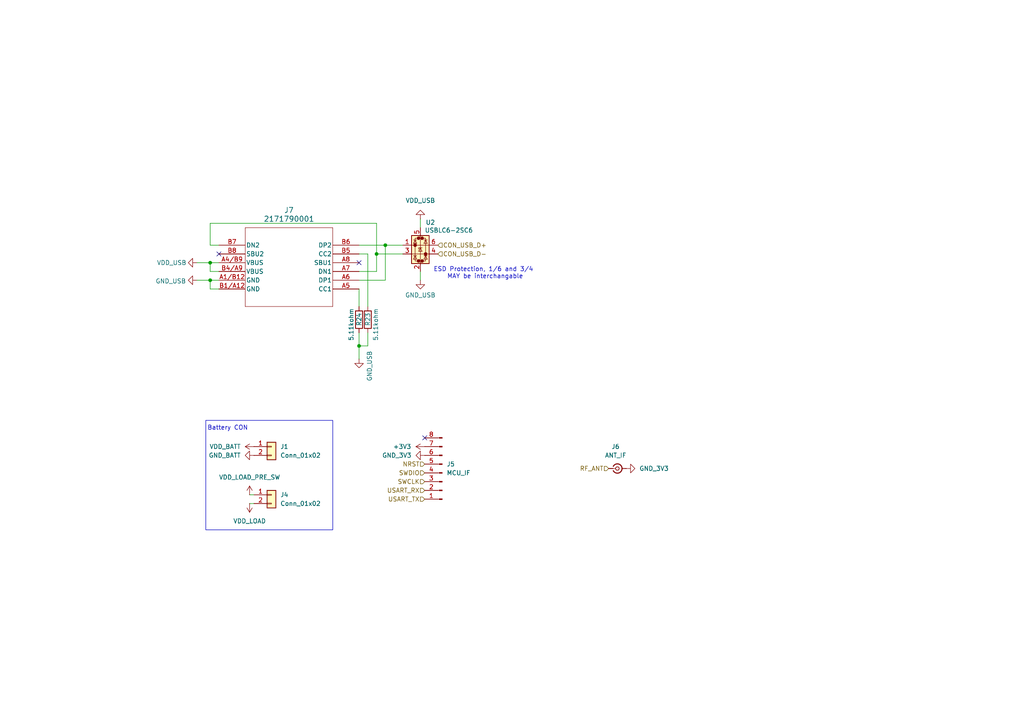
<source format=kicad_sch>
(kicad_sch (version 20231120) (generator "eeschema") (generator_version "8.0")
  (paper "A4")
  (lib_symbols
    (symbol "Connector:Conn_01x08_Pin" (pin_names (offset 1.016) hide)
      (property "Reference" "J" (at 0 10.16 0))
      (property "Value" "Conn_01x08_Pin" (at 0 -12.7 0))
      (symbol "Conn_01x08_Pin_1_1"
        (polyline (pts (xy 1.27 -10.16) (xy 0.8636 -10.16)) (stroke (width 0.1524)))
        (polyline (pts (xy 1.27 -7.62) (xy 0.8636 -7.62)) (stroke (width 0.1524)))
        (polyline (pts (xy 1.27 -5.08) (xy 0.8636 -5.08)) (stroke (width 0.1524)))
        (polyline (pts (xy 1.27 -2.54) (xy 0.8636 -2.54)) (stroke (width 0.1524)))
        (polyline (pts (xy 1.27 0) (xy 0.8636 0)) (stroke (width 0.1524)))
        (polyline (pts (xy 1.27 2.54) (xy 0.8636 2.54)) (stroke (width 0.1524)))
        (polyline (pts (xy 1.27 5.08) (xy 0.8636 5.08)) (stroke (width 0.1524)))
        (polyline (pts (xy 1.27 7.62) (xy 0.8636 7.62)) (stroke (width 0.1524)))
        (rectangle (start 0.8636 -10.033) (end 0 -10.287) (stroke (width 0.1524)) (fill (type outline)))
        (rectangle (start 0.8636 -7.493) (end 0 -7.747) (stroke (width 0.1524)) (fill (type outline)))
        (rectangle (start 0.8636 -4.953) (end 0 -5.207) (stroke (width 0.1524)) (fill (type outline)))
        (rectangle (start 0.8636 -2.413) (end 0 -2.667) (stroke (width 0.1524)) (fill (type outline)))
        (rectangle (start 0.8636 0.127) (end 0 -0.127) (stroke (width 0.1524)) (fill (type outline)))
        (rectangle (start 0.8636 2.667) (end 0 2.413) (stroke (width 0.1524)) (fill (type outline)))
        (rectangle (start 0.8636 5.207) (end 0 4.953) (stroke (width 0.1524)) (fill (type outline)))
        (rectangle (start 0.8636 7.747) (end 0 7.493) (stroke (width 0.1524)) (fill (type outline)))
        (pin passive line (at 5.08 7.62 180) (length 3.81) (name "Pin_1") (number "1"))
        (pin passive line (at 5.08 5.08 180) (length 3.81) (name "Pin_2") (number "2"))
        (pin passive line (at 5.08 2.54 180) (length 3.81) (name "Pin_3") (number "3"))
        (pin passive line (at 5.08 0 180) (length 3.81) (name "Pin_4") (number "4"))
        (pin passive line (at 5.08 -2.54 180) (length 3.81) (name "Pin_5") (number "5"))
        (pin passive line (at 5.08 -5.08 180) (length 3.81) (name "Pin_6") (number "6"))
        (pin passive line (at 5.08 -7.62 180) (length 3.81) (name "Pin_7") (number "7"))
        (pin passive line (at 5.08 -10.16 180) (length 3.81) (name "Pin_8") (number "8"))
      )
    )
    (symbol "Connector:Conn_Coaxial_Small" (pin_numbers hide) (pin_names (offset 1.016) hide)
      (property "Reference" "J" (at 0.254 3.048 0))
      (property "Value" "Conn_Coaxial_Small" (at 0 -3.81 0))
      (symbol "Conn_Coaxial_Small_0_1"
        (polyline (pts (xy -2.54 0) (xy -0.508 0)))
        (circle (center 0 0) (radius 0.508) (stroke (width 0.2032)))
      )
      (symbol "Conn_Coaxial_Small_1_1"
        (arc (start -1.1916 -0.6311) (mid 0.327 -1.3081) (end 1.3484 0.0039) (stroke (width 0.3048)))
        (arc (start 1.3484 -0.0039) (mid 0.327 1.3081) (end -1.1916 0.6311) (stroke (width 0.3048)))
        (pin passive line (at -2.54 0 0) (length 1.27) (name "In") (number "1"))
        (pin passive line (at 2.54 0 180) (length 1.27) (name "Ext") (number "2"))
      )
    )
    (symbol "Connector_Generic:Conn_01x02" (pin_names (offset 1.016) hide)
      (property "Reference" "J" (at 0 2.54 0))
      (property "Value" "Conn_01x02" (at 0 -5.08 0))
      (symbol "Conn_01x02_1_1"
        (rectangle (start -1.27 -2.413) (end 0 -2.667) (stroke (width 0.1524)))
        (rectangle (start -1.27 0.127) (end 0 -0.127) (stroke (width 0.1524)))
        (rectangle (start -1.27 1.27) (end 1.27 -3.81) (stroke (width 0.254)) (fill (type background)))
        (pin passive line (at -5.08 0 0) (length 3.81) (name "Pin_1") (number "1"))
        (pin passive line (at -5.08 -2.54 0) (length 3.81) (name "Pin_2") (number "2"))
      )
    )
    (symbol "Device:R" (pin_numbers hide) (pin_names (offset 0))
      (property "Reference" "R" (at 2.032 0 90))
      (property "Value" "R" (at 0 0 90))
      (symbol "R_0_1"
        (rectangle (start -1.016 -2.54) (end 1.016 2.54) (stroke (width 0.254)))
      )
      (symbol "R_1_1"
        (pin passive line (at 0 3.81 270) (length 1.27) (name "~") (number "1"))
        (pin passive line (at 0 -3.81 90) (length 1.27) (name "~") (number "2"))
      )
    )
    (symbol "Power_Protection:USBLC6-2SC6" (pin_names hide)
      (property "Reference" "U" (at 0.635 5.715 0))
      (property "Value" "USBLC6-2SC6" (at 0.635 3.81 0))
      (symbol "USBLC6-2SC6_0_0"
        (circle (center -1.524 0) (radius 0.0001) (stroke (width 0.508)))
        (circle (center -0.508 -4.572) (radius 0.0001) (stroke (width 0.508)))
        (circle (center -0.508 2.032) (radius 0.0001) (stroke (width 0.508)))
        (circle (center 0.508 -4.572) (radius 0.0001) (stroke (width 0.508)))
        (circle (center 0.508 2.032) (radius 0.0001) (stroke (width 0.508)))
        (circle (center 1.524 -2.54) (radius 0.0001) (stroke (width 0.508)))
      )
      (symbol "USBLC6-2SC6_0_1"
        (polyline (pts (xy -2.54 -2.54) (xy 2.54 -2.54)))
        (polyline (pts (xy -2.54 0) (xy 2.54 0)))
        (polyline (pts (xy -2.032 -3.048) (xy -1.016 -3.048)))
        (polyline (pts (xy -1.016 1.524) (xy -2.032 1.524)))
        (polyline (pts (xy 1.016 -3.048) (xy 2.032 -3.048)))
        (polyline (pts (xy 1.016 1.524) (xy 2.032 1.524)))
        (polyline (pts (xy -0.508 -1.143) (xy -0.508 -0.762) (xy 0.508 -0.762)))
        (polyline (pts (xy -2.032 0.508) (xy -1.016 0.508) (xy -1.524 1.524) (xy -2.032 0.508)))
        (polyline (pts (xy -1.016 -4.064) (xy -2.032 -4.064) (xy -1.524 -3.048) (xy -1.016 -4.064)))
        (polyline (pts (xy 0.508 -1.778) (xy -0.508 -1.778) (xy 0 -0.762) (xy 0.508 -1.778)))
        (polyline (pts (xy 2.032 -4.064) (xy 1.016 -4.064) (xy 1.524 -3.048) (xy 2.032 -4.064)))
        (polyline (pts (xy 2.032 0.508) (xy 1.016 0.508) (xy 1.524 1.524) (xy 2.032 0.508)))
        (polyline (pts (xy 0 2.54) (xy -0.508 2.032) (xy 0.508 2.032) (xy 0 1.524) (xy 0 -4.064) (xy -0.508 -4.572) (xy 0.508 -4.572) (xy 0 -5.08)))
      )
      (symbol "USBLC6-2SC6_1_1"
        (rectangle (start -2.54 2.794) (end 2.54 -5.334) (stroke (width 0.254)) (fill (type background)))
        (polyline (pts (xy -0.508 2.032) (xy -1.524 2.032) (xy -1.524 -4.572) (xy -0.508 -4.572)))
        (polyline (pts (xy 0.508 -4.572) (xy 1.524 -4.572) (xy 1.524 2.032) (xy 0.508 2.032)))
        (pin passive line (at -5.08 0 0) (length 2.54) (name "I/O1") (number "1"))
        (pin passive line (at 0 -7.62 90) (length 2.54) (name "GND") (number "2"))
        (pin passive line (at -5.08 -2.54 0) (length 2.54) (name "I/O2") (number "3"))
        (pin passive line (at 5.08 -2.54 180) (length 2.54) (name "I/O2") (number "4"))
        (pin passive line (at 0 5.08 270) (length 2.54) (name "VBUS") (number "5"))
        (pin passive line (at 5.08 0 180) (length 2.54) (name "I/O1") (number "6"))
      )
    )
    (symbol "USB-C 2171790001:2171790001" (pin_names (offset 0.254))
      (property "Reference" "J" (at 20.32 10.16 0))
      (property "Value" "2171790001" (at 20.32 7.62 0))
      (symbol "2171790001_0_1"
        (polyline (pts (xy 7.62 -17.78) (xy 33.02 -17.78)) (stroke (width 0.127)))
        (polyline (pts (xy 7.62 5.08) (xy 7.62 -17.78)) (stroke (width 0.127)))
        (polyline (pts (xy 33.02 -17.78) (xy 33.02 5.08)) (stroke (width 0.127)))
        (polyline (pts (xy 33.02 5.08) (xy 7.62 5.08)) (stroke (width 0.127)))
        (pin power_out line (at 40.64 -2.54 180) (length 7.62) (name "GND") (number "A1/B12"))
        (pin power_in line (at 40.64 -7.62 180) (length 7.62) (name "VBUS") (number "A4/B9"))
        (pin bidirectional line (at 0 0 0) (length 7.62) (name "CC1") (number "A5"))
        (pin bidirectional line (at 0 -2.54 0) (length 7.62) (name "DP1") (number "A6"))
        (pin bidirectional line (at 0 -5.08 0) (length 7.62) (name "DN1") (number "A7"))
        (pin bidirectional line (at 0 -7.62 0) (length 7.62) (name "SBU1") (number "A8"))
        (pin power_out line (at 40.64 0 180) (length 7.62) (name "GND") (number "B1/A12"))
        (pin power_in line (at 40.64 -5.08 180) (length 7.62) (name "VBUS") (number "B4/A9"))
        (pin bidirectional line (at 0 -10.16 0) (length 7.62) (name "CC2") (number "B5"))
        (pin bidirectional line (at 0 -12.7 0) (length 7.62) (name "DP2") (number "B6"))
        (pin bidirectional line (at 40.64 -12.7 180) (length 7.62) (name "DN2") (number "B7"))
        (pin bidirectional line (at 40.64 -10.16 180) (length 7.62) (name "SBU2") (number "B8"))
      )
    )
    (symbol "power:+3V3" (power) (pin_numbers hide) (pin_names (offset 0) hide)
      (property "Value" "+3V3" (at 0 3.556 0))
      (symbol "+3V3_0_1"
        (polyline (pts (xy -0.762 1.27) (xy 0 2.54)))
        (polyline (pts (xy 0 0) (xy 0 2.54)))
        (polyline (pts (xy 0 2.54) (xy 0.762 1.27)))
      )
      (symbol "+3V3_1_1"
        (pin power_in line (at 0 0 90) (length 0) (name "~") (number "1"))
      )
    )
    (symbol "power:GND" (power) (pin_numbers hide) (pin_names (offset 0) hide)
      (property "Value" "GND" (at 0 -3.81 0))
      (symbol "GND_0_1"
        (polyline (pts (xy 0 0) (xy 0 -1.27) (xy 1.27 -1.27) (xy 0 -2.54) (xy -1.27 -1.27) (xy 0 -1.27)))
      )
      (symbol "GND_1_1"
        (pin power_in line (at 0 0 270) (length 0) (name "~") (number "1"))
      )
    )
  )
  (junction (at 111.76 71.12))
  (junction (at 60.96 76.2))
  (junction (at 60.96 81.28))
  (junction (at 104.14 100.33))
  (junction (at 109.22 73.66))
  (no_connect (at 63.5 73.66))
  (no_connect (at 104.14 76.2))
  (no_connect (at 123.19 127))
  (wire (pts (xy 60.96 64.77) (xy 60.96 71.12)))
  (wire (pts (xy 104.14 100.33) (xy 106.68 100.33)))
  (wire (pts (xy 63.5 83.82) (xy 60.96 83.82)))
  (wire (pts (xy 104.14 73.66) (xy 106.68 73.66)))
  (wire (pts (xy 106.68 73.66) (xy 106.68 88.9)))
  (wire (pts (xy 57.15 81.28) (xy 60.96 81.28)))
  (wire (pts (xy 106.68 100.33) (xy 106.68 96.52)))
  (wire (pts (xy 104.14 81.28) (xy 111.76 81.28)))
  (wire (pts (xy 60.96 78.74) (xy 60.96 76.2)))
  (wire (pts (xy 111.76 71.12) (xy 116.84 71.12)))
  (wire (pts (xy 104.14 83.82) (xy 104.14 88.9)))
  (wire (pts (xy 60.96 76.2) (xy 63.5 76.2)))
  (wire (pts (xy 104.14 96.52) (xy 104.14 100.33)))
  (wire (pts (xy 111.76 81.28) (xy 111.76 71.12)))
  (wire (pts (xy 104.14 100.33) (xy 104.14 104.14)))
  (wire (pts (xy 109.22 64.77) (xy 60.96 64.77)))
  (wire (pts (xy 57.15 76.2) (xy 60.96 76.2)))
  (wire (pts (xy 63.5 78.74) (xy 60.96 78.74)))
  (wire (pts (xy 60.96 83.82) (xy 60.96 81.28)))
  (wire (pts (xy 109.22 78.74) (xy 109.22 73.66)))
  (wire (pts (xy 111.76 71.12) (xy 104.14 71.12)))
  (wire (pts (xy 109.22 73.66) (xy 116.84 73.66)))
  (wire (pts (xy 60.96 81.28) (xy 63.5 81.28)))
  (wire (pts (xy 109.22 73.66) (xy 109.22 64.77)))
  (wire (pts (xy 104.14 78.74) (xy 109.22 78.74)))
  (wire (pts (xy 121.92 63.5) (xy 121.92 66.04)))
  (wire (pts (xy 121.92 81.28) (xy 121.92 78.74)))
  (wire (pts (xy 60.96 71.12) (xy 63.5 71.12)))
  (wire (pts (xy 73.66 146.05) (xy 72.39 146.05)))
  (wire (pts (xy 73.66 143.51) (xy 72.39 143.51)))
  (rectangle (start 59.69 121.92) (end 96.52 153.67))
  (text "Battery CON" (at 66.04 124.206 0) (effects (font (size 1.27 1.27))))
  (text "ESD Protection, 1/6 and 3/4 \nMAY be interchangable" (at 140.716 79.248 0) (effects (font (size 1.27 1.27))))
  (hierarchical_label "SWCLK" (shape input) (at 123.19 139.7 180))
  (hierarchical_label "USART_RX" (shape input) (at 123.19 142.24 180))
  (hierarchical_label "CON_USB_D-" (shape input) (at 127 73.66 0))
  (hierarchical_label "NRST" (shape input) (at 123.19 134.62 180))
  (hierarchical_label "CON_USB_D+" (shape input) (at 127 71.12 0))
  (hierarchical_label "RF_ANT" (shape input) (at 176.53 135.89 180))
  (hierarchical_label "USART_TX" (shape input) (at 123.19 144.78 180))
  (hierarchical_label "SWDIO" (shape input) (at 123.19 137.16 180))
  (symbol (lib_id "Power_Protection:USBLC6-2SC6") (at 121.92 71.12 0) (unit 1)
    (property "Reference" "U2" (at 123.444 64.516 0) (effects (justify left)))
    (property "Value" "USBLC6-2SC6" (at 123.19 66.802 0) (effects (justify left)))
    (property "Footprint" "Package_TO_SOT_SMD:SOT-23-6" (effects (hide yes)))
    (property "Datasheet" "https://www.digikey.ca/en/products/detail/stmicroelectronics/USBLC6-2SC6/1040559" (effects (hide yes)))
    (property "Description" "Very low capacitance ESD protection diode, 2 data-line, SOT-23-6" (effects (hide yes)))
  )
  (symbol (lib_id "power:+3V3") (at 123.19 129.54 90) (unit 1)
    (property "Reference" "#PWR09" (effects (hide yes)))
    (property "Value" "+3V3" (at 119.3 129.5399 90) (effects (justify left)))
    (property "Description" "Power symbol creates a global label with name \"+3V3\"" (effects (hide yes)))
  )
  (symbol (lib_id "Connector:Conn_01x08_Pin") (at 128.27 137.16 180) (unit 1)
    (property "Reference" "J5" (at 129.54 134.6199 0) (effects (justify right)))
    (property "Value" "MCU_IF" (at 129.54 137.1599 0) (effects (justify right)))
    (property "Footprint" "Connector_PinHeader_2.54mm:PinHeader_2x04_P2.54mm_Vertical" (effects (hide yes)))
    (property "Description" "Generic connector, single row, 01x08, script generated" (effects (hide yes)))
  )
  (symbol (lib_id "Connector_Generic:Conn_01x02") (at 78.74 143.51 0) (unit 1)
    (property "Reference" "J4" (at 81.28 143.5099 0) (effects (justify left)))
    (property "Value" "Conn_01x02" (at 81.28 146.0499 0) (effects (justify left)))
    (property "Footprint" "Connector_JST:JST_XH_B2B-XH-AM_1x02_P2.50mm_Vertical" (effects (hide yes)))
    (property "Description" "Generic connector, single row, 01x02, script generated (kicad-library-utils/schlib/autogen/connector/)" (effects (hide yes)))
  )
  (symbol (lib_id "power:GND") (at 104.14 104.14 0) (unit 1)
    (property "Reference" "#PWR088" (effects (hide yes)))
    (property "Value" "GND_USB" (at 107.188 106.172 90))
    (property "Description" "Power symbol creates a global label with name \"GND\" , ground" (effects (hide yes)))
  )
  (symbol (lib_id "Device:R") (at 104.14 92.71 0) (mirror x) (unit 1)
    (property "Reference" "R24" (at 104.14 90.678 90) (effects (justify left)))
    (property "Value" "5.11kohm" (at 101.854 89.408 90) (effects (justify left)))
    (property "Footprint" "Resistor_SMD:R_0603_1608Metric" (effects (hide yes)))
    (property "Description" "Resistor" (effects (hide yes)))
  )
  (symbol (lib_id "USB-C 2171790001:2171790001") (at 104.14 83.82 180) (unit 1)
    (property "Reference" "J7" (at 83.82 60.96 0) (effects (font (size 1.524 1.524))))
    (property "Value" "2171790001" (at 83.82 63.5 0) (effects (font (size 1.524 1.524))))
    (property "Footprint" "USB-C 2171790001:2171790001_MOL" (effects (hide yes)))
    (property "Datasheet" "https://www.digikey.ca/en/products/detail/molex/2171790001/13913749" (effects (hide yes)))
  )
  (symbol (lib_id "power:+3V3") (at 72.39 146.05 180) (unit 1)
    (property "Reference" "#PWR013" (effects (hide yes)))
    (property "Value" "VDD_LOAD" (at 72.39 151.13 0))
    (property "Description" "Power symbol creates a global label with name \"+3V3\"" (effects (hide yes)))
  )
  (symbol (lib_id "power:GND") (at 123.19 132.08 270) (unit 1)
    (property "Reference" "#PWR08" (effects (hide yes)))
    (property "Value" "GND_3V3" (at 119.38 132.0799 90) (effects (justify right)))
    (property "Description" "Power symbol creates a global label with name \"GND\" , ground" (effects (hide yes)))
  )
  (symbol (lib_id "power:GND") (at 121.92 81.28 0) (unit 1)
    (property "Reference" "#PWR043" (effects (hide yes)))
    (property "Value" "GND_USB" (at 121.92 85.598 0))
    (property "Description" "Power symbol creates a global label with name \"GND\" , ground" (effects (hide yes)))
  )
  (symbol (lib_id "power:GND") (at 57.15 81.28 270) (unit 1)
    (property "Reference" "#PWR087" (effects (hide yes)))
    (property "Value" "GND_USB" (at 49.53 81.534 90))
    (property "Description" "Power symbol creates a global label with name \"GND\" , ground" (effects (hide yes)))
  )
  (symbol (lib_id "power:GND") (at 121.92 63.5 180) (unit 1)
    (property "Reference" "#PWR042" (effects (hide yes)))
    (property "Value" "VDD_USB" (at 121.92 58.166 0))
    (property "Description" "Power symbol creates a global label with name \"GND\" , ground" (effects (hide yes)))
  )
  (symbol (lib_id "power:+3V3") (at 72.39 143.51 0) (unit 1)
    (property "Reference" "#PWR096" (effects (hide yes)))
    (property "Value" "VDD_LOAD_PRE_SW" (at 72.39 138.43 0))
    (property "Description" "Power symbol creates a global label with name \"+3V3\"" (effects (hide yes)))
  )
  (symbol (lib_id "Connector_Generic:Conn_01x02") (at 78.74 129.54 0) (unit 1)
    (property "Reference" "J1" (at 81.28 129.5399 0) (effects (justify left)))
    (property "Value" "Conn_01x02" (at 81.28 132.0799 0) (effects (justify left)))
    (property "Footprint" "Connector_JST:JST_XH_B2B-XH-AM_1x02_P2.50mm_Vertical" (effects (hide yes)))
    (property "Description" "Generic connector, single row, 01x02, script generated (kicad-library-utils/schlib/autogen/connector/)" (effects (hide yes)))
  )
  (symbol (lib_id "power:+3V3") (at 73.66 129.54 90) (unit 1)
    (property "Reference" "#PWR092" (effects (hide yes)))
    (property "Value" "VDD_BATT" (at 69.85 129.5399 90) (effects (justify left)))
    (property "Description" "Power symbol creates a global label with name \"+3V3\"" (effects (hide yes)))
  )
  (symbol (lib_id "Device:R") (at 106.68 92.71 180) (unit 1)
    (property "Reference" "R23" (at 106.68 90.678 90) (effects (justify left)))
    (property "Value" "5.11kohm" (at 108.966 89.408 90) (effects (justify left)))
    (property "Footprint" "Resistor_SMD:R_0603_1608Metric" (effects (hide yes)))
    (property "Description" "Resistor" (effects (hide yes)))
  )
  (symbol (lib_id "power:GND") (at 73.66 132.08 270) (unit 1)
    (property "Reference" "#PWR093" (effects (hide yes)))
    (property "Value" "GND_BATT" (at 69.85 132.0799 90) (effects (justify right)))
    (property "Description" "Power symbol creates a global label with name \"GND\" , ground" (effects (hide yes)))
  )
  (symbol (lib_id "power:GND") (at 181.61 135.89 90) (unit 1)
    (property "Reference" "#PWR091" (effects (hide yes)))
    (property "Value" "GND_3V3" (at 185.42 135.8899 90) (effects (justify right)))
    (property "Description" "Power symbol creates a global label with name \"GND\" , ground" (effects (hide yes)))
  )
  (symbol (lib_id "power:GND") (at 57.15 76.2 270) (unit 1)
    (property "Reference" "#PWR086" (effects (hide yes)))
    (property "Value" "VDD_USB" (at 49.784 76.2 90))
    (property "Description" "Power symbol creates a global label with name \"GND\" , ground" (effects (hide yes)))
  )
  (symbol (lib_id "Connector:Conn_Coaxial_Small") (at 179.07 135.89 0) (unit 1)
    (property "Reference" "J6" (at 178.5504 129.54 0))
    (property "Value" "ANT_IF" (at 178.5504 132.08 0))
    (property "Footprint" "Connector_Coaxial:SMA_Molex_73251-1153_EdgeMount_Horizontal" (effects (hide yes)))
    (property "Description" "small coaxial connector (BNC, SMA, SMB, SMC, Cinch/RCA, LEMO, ...)" (effects (hide yes)))
  )
)
</source>
